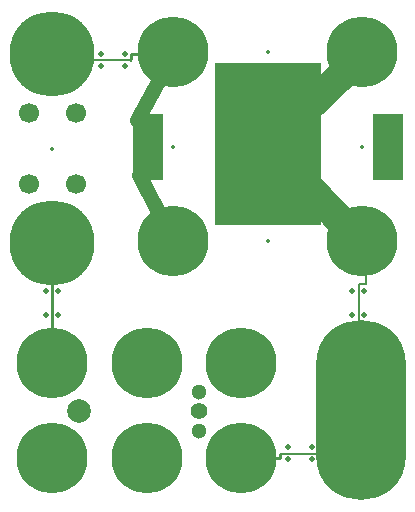
<source format=gtl>
%TF.GenerationSoftware,KiCad,Pcbnew,4.0.5-e0-6337~49~ubuntu16.04.1*%
%TF.CreationDate,2017-02-14T03:50:38-08:00*%
%TF.ProjectId,VibeMotor-Button-Battery,566962654D6F746F722D427574746F6E,v1.2*%
%TF.FileFunction,Copper,L1,Top,Signal*%
%FSLAX46Y46*%
G04 Gerber Fmt 4.6, Leading zero omitted, Abs format (unit mm)*
G04 Created by KiCad (PCBNEW 4.0.5-e0-6337~49~ubuntu16.04.1) date Tue Feb 14 03:50:38 2017*
%MOMM*%
%LPD*%
G01*
G04 APERTURE LIST*
%ADD10C,0.350000*%
%ADD11C,2.540000*%
%ADD12C,1.270000*%
%ADD13C,0.500000*%
%ADD14O,7.620000X15.240000*%
%ADD15C,1.700000*%
%ADD16C,7.200000*%
%ADD17R,2.600000X5.560000*%
%ADD18R,9.000000X13.800000*%
%ADD19C,6.000000*%
%ADD20C,1.300000*%
%ADD21C,1.400000*%
%ADD22C,2.000000*%
%ADD23C,0.152400*%
%ADD24C,0.254000*%
%ADD25C,0.350000*%
G04 APERTURE END LIST*
D10*
D11*
X55613300Y-46114700D02*
X47612300Y-37859700D01*
X55994300Y-29858700D02*
X47739300Y-37859700D01*
D12*
X39611300Y-45860700D02*
X36690300Y-40399700D01*
X39611300Y-30112700D02*
X36563300Y-35700700D01*
D13*
X51333400Y-63423800D03*
X51333400Y-64439800D03*
X49301400Y-64439800D03*
X49301400Y-63423800D03*
X33477200Y-31127700D03*
X33477200Y-30111700D03*
X35509200Y-30111700D03*
X35509200Y-31127700D03*
X29819600Y-52222400D03*
X28803600Y-52222400D03*
X28803600Y-50190400D03*
X29819600Y-50190400D03*
D14*
X55448200Y-60248800D03*
D15*
X31376600Y-35158400D03*
X31376600Y-41158400D03*
X27376600Y-35158400D03*
X27376600Y-41158400D03*
D16*
X29362400Y-46151800D03*
X29362400Y-30151800D03*
D17*
X37413300Y-37985700D03*
D18*
X47617300Y-37731700D03*
D17*
X57813300Y-37985700D03*
D19*
X55613300Y-45985700D03*
X39613300Y-45985700D03*
X55613300Y-29985700D03*
X39613300Y-29985700D03*
D20*
X41789400Y-58736800D03*
D21*
X41789400Y-60386800D03*
D20*
X41789400Y-62036800D03*
D22*
X31589400Y-60386800D03*
D19*
X29364400Y-56311800D03*
X45364400Y-56311800D03*
X45364400Y-64311800D03*
X37364400Y-64311800D03*
X29364400Y-64311800D03*
X37364400Y-56311800D03*
D13*
X55778400Y-52247800D03*
X54762400Y-52247800D03*
X54762400Y-50215800D03*
X55778400Y-50215800D03*
D23*
X55892700Y-49631600D02*
X55892700Y-46265100D01*
X55892700Y-46265100D02*
X55613300Y-45985700D01*
X55295800Y-49631600D02*
X55892700Y-49631600D01*
X55295800Y-52946300D02*
X55295800Y-49631600D01*
D24*
X54406800Y-52946300D02*
X55295800Y-52946300D01*
X54394100Y-52959000D02*
X54406800Y-52946300D01*
X54394100Y-57658000D02*
X54394100Y-52959000D01*
X52146200Y-59905900D02*
X54394100Y-57658000D01*
X52146200Y-63957200D02*
X52146200Y-59905900D01*
D23*
X48653700Y-63957200D02*
X52146200Y-63957200D01*
D24*
X48653700Y-64312800D02*
X48653700Y-63957200D01*
X48414400Y-64312800D02*
X48653700Y-64312800D01*
X45364400Y-64311800D02*
X48413400Y-64311800D01*
X48413400Y-64311800D02*
X48414400Y-64312800D01*
X29364400Y-56311800D02*
X29364400Y-46153800D01*
X29364400Y-46153800D02*
X29362400Y-46151800D01*
X32700500Y-30151800D02*
X32700500Y-30583600D01*
X32700500Y-30583600D02*
X32689800Y-30594300D01*
X35989800Y-30151800D02*
X35989800Y-30570900D01*
X35989800Y-30570900D02*
X35966400Y-30594300D01*
X39522400Y-30151800D02*
X35989800Y-30151800D01*
D23*
X32689800Y-30594300D02*
X35966400Y-30594300D01*
D24*
X32700500Y-30151800D02*
X32702500Y-30149800D01*
X29362400Y-30151800D02*
X32700500Y-30151800D01*
D25*
X51333400Y-63423800D03*
X51333400Y-64439800D03*
X49301400Y-64439800D03*
X49301400Y-63423800D03*
X33477200Y-31127700D03*
X33477200Y-30111700D03*
X35509200Y-30111700D03*
X35509200Y-31127700D03*
X29819600Y-52222400D03*
X28803600Y-52222400D03*
X28803600Y-50190400D03*
X29819600Y-50190400D03*
X31376600Y-35158400D03*
X31376600Y-41158400D03*
X27376600Y-35158400D03*
X27376600Y-41158400D03*
X29362400Y-38151800D03*
X29362400Y-46151800D03*
X29362400Y-30151800D03*
X47613300Y-37985700D03*
X55613300Y-37985700D03*
X39613300Y-37985700D03*
X55613300Y-45985700D03*
X47613300Y-45985700D03*
X39613300Y-45985700D03*
X55613300Y-29985700D03*
X47613300Y-29985700D03*
X39613300Y-29985700D03*
X41789400Y-58736800D03*
X41789400Y-60386800D03*
X41789400Y-62036800D03*
X31589400Y-60386800D03*
X29364400Y-56311800D03*
X45364400Y-56311800D03*
X45364400Y-64311800D03*
X37364400Y-64311800D03*
X29364400Y-64311800D03*
X37364400Y-56311800D03*
X55778400Y-52247800D03*
X54762400Y-52247800D03*
X54762400Y-50215800D03*
X55778400Y-50215800D03*
M02*

</source>
